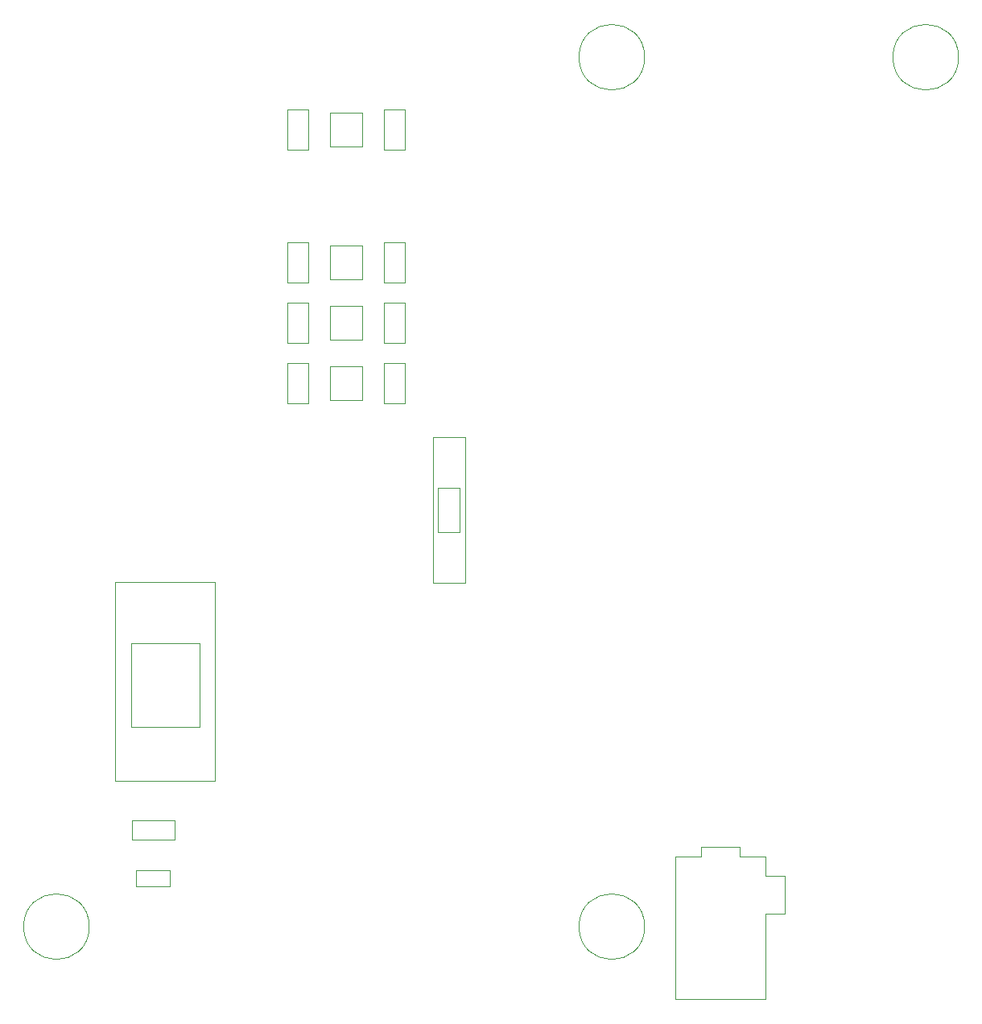
<source format=gbr>
G04 #@! TF.FileFunction,Other,User*
%FSLAX46Y46*%
G04 Gerber Fmt 4.6, Leading zero omitted, Abs format (unit mm)*
G04 Created by KiCad (PCBNEW 4.0.4-stable) date 12/14/17 11:03:47*
%MOMM*%
%LPD*%
G01*
G04 APERTURE LIST*
%ADD10C,0.250000*%
%ADD11C,0.050000*%
G04 APERTURE END LIST*
D10*
D11*
X139340000Y-67310000D02*
G75*
G03X139340000Y-67310000I-3450000J0D01*
G01*
X139340000Y-158750000D02*
G75*
G03X139340000Y-158750000I-3450000J0D01*
G01*
X80920000Y-158750000D02*
G75*
G03X80920000Y-158750000I-3450000J0D01*
G01*
X89880000Y-149640000D02*
X85380000Y-149640000D01*
X89880000Y-149640000D02*
X89880000Y-147540000D01*
X85380000Y-147540000D02*
X85380000Y-149640000D01*
X85380000Y-147540000D02*
X89880000Y-147540000D01*
X89380000Y-154550000D02*
X85880000Y-154550000D01*
X89380000Y-154550000D02*
X89380000Y-152800000D01*
X85880000Y-152800000D02*
X85880000Y-154550000D01*
X85880000Y-152800000D02*
X89380000Y-152800000D01*
X117045000Y-122635000D02*
X120445000Y-122635000D01*
X120445000Y-122635000D02*
X120445000Y-107235000D01*
X120445000Y-107235000D02*
X117045000Y-107235000D01*
X117045000Y-107235000D02*
X117045000Y-122635000D01*
X106250000Y-99850000D02*
X109650000Y-99850000D01*
X109650000Y-99850000D02*
X109650000Y-103350000D01*
X109650000Y-103350000D02*
X106250000Y-103350000D01*
X106250000Y-103350000D02*
X106250000Y-99850000D01*
X106250000Y-93500000D02*
X109650000Y-93500000D01*
X109650000Y-93500000D02*
X109650000Y-97000000D01*
X109650000Y-97000000D02*
X106250000Y-97000000D01*
X106250000Y-97000000D02*
X106250000Y-93500000D01*
X106250000Y-87150000D02*
X109650000Y-87150000D01*
X109650000Y-87150000D02*
X109650000Y-90650000D01*
X109650000Y-90650000D02*
X106250000Y-90650000D01*
X106250000Y-90650000D02*
X106250000Y-87150000D01*
X106250000Y-73180000D02*
X109650000Y-73180000D01*
X109650000Y-73180000D02*
X109650000Y-76680000D01*
X109650000Y-76680000D02*
X106250000Y-76680000D01*
X106250000Y-76680000D02*
X106250000Y-73180000D01*
X103980000Y-99450000D02*
X103980000Y-103750000D01*
X103980000Y-99450000D02*
X101770000Y-99450000D01*
X101770000Y-103750000D02*
X103980000Y-103750000D01*
X101770000Y-103750000D02*
X101770000Y-99450000D01*
X103980000Y-93100000D02*
X103980000Y-97400000D01*
X103980000Y-93100000D02*
X101770000Y-93100000D01*
X101770000Y-97400000D02*
X103980000Y-97400000D01*
X101770000Y-97400000D02*
X101770000Y-93100000D01*
X103980000Y-86750000D02*
X103980000Y-91050000D01*
X103980000Y-86750000D02*
X101770000Y-86750000D01*
X101770000Y-91050000D02*
X103980000Y-91050000D01*
X101770000Y-91050000D02*
X101770000Y-86750000D01*
X103980000Y-72780000D02*
X103980000Y-77080000D01*
X103980000Y-72780000D02*
X101770000Y-72780000D01*
X101770000Y-77080000D02*
X103980000Y-77080000D01*
X101770000Y-77080000D02*
X101770000Y-72780000D01*
X114140000Y-99450000D02*
X114140000Y-103750000D01*
X114140000Y-99450000D02*
X111930000Y-99450000D01*
X111930000Y-103750000D02*
X114140000Y-103750000D01*
X111930000Y-103750000D02*
X111930000Y-99450000D01*
X114140000Y-93100000D02*
X114140000Y-97400000D01*
X114140000Y-93100000D02*
X111930000Y-93100000D01*
X111930000Y-97400000D02*
X114140000Y-97400000D01*
X111930000Y-97400000D02*
X111930000Y-93100000D01*
X114140000Y-86750000D02*
X114140000Y-91050000D01*
X114140000Y-86750000D02*
X111930000Y-86750000D01*
X111930000Y-91050000D02*
X114140000Y-91050000D01*
X111930000Y-91050000D02*
X111930000Y-86750000D01*
X114140000Y-72780000D02*
X114140000Y-77080000D01*
X114140000Y-72780000D02*
X111930000Y-72780000D01*
X111930000Y-77080000D02*
X114140000Y-77080000D01*
X111930000Y-77080000D02*
X111930000Y-72780000D01*
X83650000Y-122530000D02*
X83650000Y-143390000D01*
X83650000Y-143390000D02*
X94150000Y-143390000D01*
X94150000Y-143390000D02*
X94150000Y-122530000D01*
X94150000Y-122530000D02*
X83650000Y-122530000D01*
X117595000Y-117285000D02*
X117595000Y-112585000D01*
X117595000Y-112585000D02*
X119895000Y-112585000D01*
X119895000Y-112585000D02*
X119895000Y-117285000D01*
X117595000Y-117285000D02*
X119895000Y-117285000D01*
X85300000Y-128950000D02*
X85300000Y-137750000D01*
X92500000Y-128950000D02*
X85300000Y-128950000D01*
X92500000Y-137750000D02*
X92500000Y-128950000D01*
X85300000Y-137750000D02*
X92500000Y-137750000D01*
X142820000Y-151400000D02*
X142570000Y-151400000D01*
X142570000Y-151400000D02*
X142570000Y-166400000D01*
X142820000Y-151400000D02*
X145320000Y-151400000D01*
X145320000Y-151400000D02*
X145320000Y-150400000D01*
X145320000Y-150400000D02*
X149320000Y-150400000D01*
X149320000Y-150400000D02*
X149320000Y-151400000D01*
X149320000Y-151400000D02*
X152070000Y-151400000D01*
X152070000Y-151400000D02*
X152070000Y-153400000D01*
X152070000Y-153400000D02*
X154070000Y-153400000D01*
X154070000Y-153400000D02*
X154070000Y-157400000D01*
X154070000Y-157400000D02*
X152070000Y-157400000D01*
X152070000Y-157400000D02*
X152070000Y-166400000D01*
X152070000Y-166400000D02*
X142570000Y-166400000D01*
X172360000Y-67310000D02*
G75*
G03X172360000Y-67310000I-3450000J0D01*
G01*
M02*

</source>
